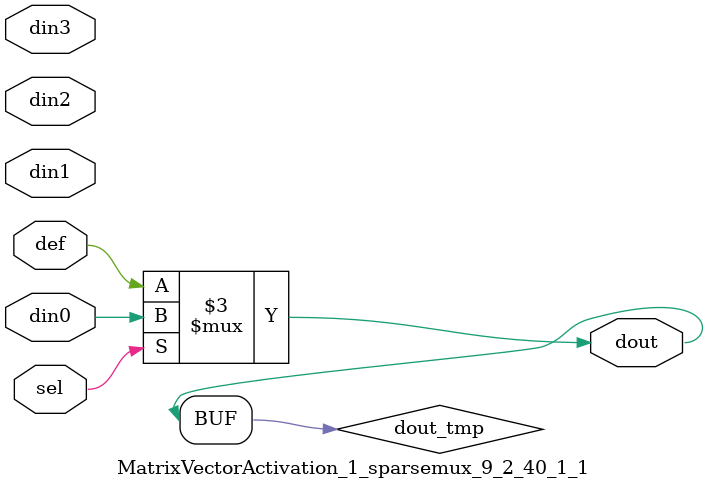
<source format=v>
`timescale 1ns / 1ps

module MatrixVectorActivation_1_sparsemux_9_2_40_1_1 (din0,din1,din2,din3,def,sel,dout);

parameter din0_WIDTH = 1;

parameter din1_WIDTH = 1;

parameter din2_WIDTH = 1;

parameter din3_WIDTH = 1;

parameter def_WIDTH = 1;
parameter sel_WIDTH = 1;
parameter dout_WIDTH = 1;

parameter [sel_WIDTH-1:0] CASE0 = 1;

parameter [sel_WIDTH-1:0] CASE1 = 1;

parameter [sel_WIDTH-1:0] CASE2 = 1;

parameter [sel_WIDTH-1:0] CASE3 = 1;

parameter ID = 1;
parameter NUM_STAGE = 1;



input [din0_WIDTH-1:0] din0;

input [din1_WIDTH-1:0] din1;

input [din2_WIDTH-1:0] din2;

input [din3_WIDTH-1:0] din3;

input [def_WIDTH-1:0] def;
input [sel_WIDTH-1:0] sel;

output [dout_WIDTH-1:0] dout;



reg [dout_WIDTH-1:0] dout_tmp;

always @ (*) begin
case (sel)
    
    CASE0 : dout_tmp = din0;
    
    CASE1 : dout_tmp = din1;
    
    CASE2 : dout_tmp = din2;
    
    CASE3 : dout_tmp = din3;
    
    default : dout_tmp = def;
endcase
end


assign dout = dout_tmp;



endmodule

</source>
